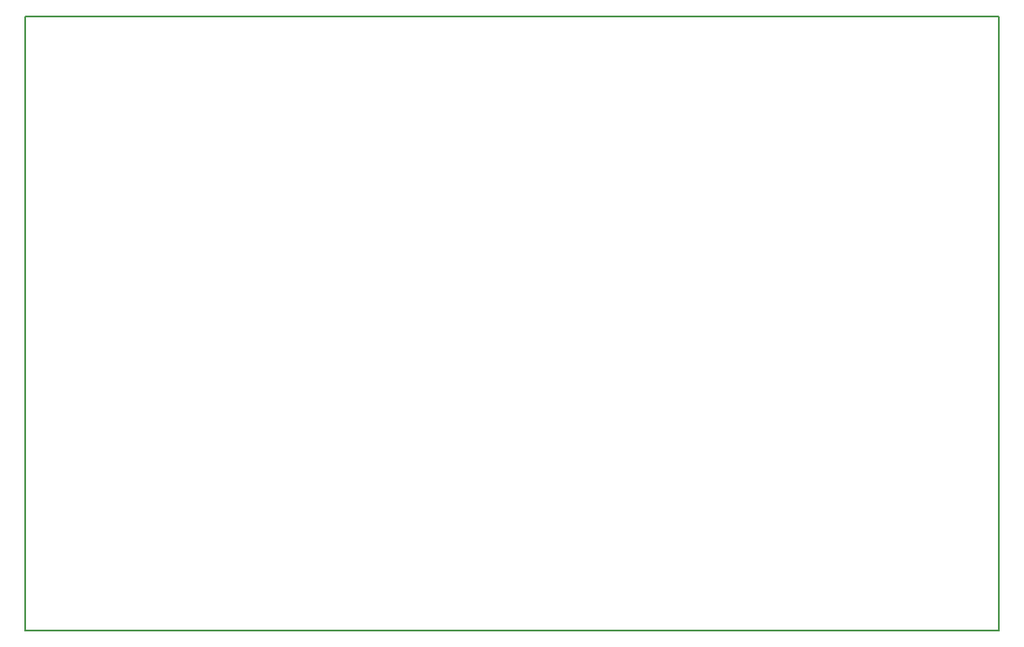
<source format=gm1>
G04*
G04 #@! TF.GenerationSoftware,Altium Limited,Altium Designer,23.1.1 (15)*
G04*
G04 Layer_Color=16711935*
%FSLAX25Y25*%
%MOIN*%
G70*
G04*
G04 #@! TF.SameCoordinates,AB512107-65A1-42F9-B056-318A3DCE2635*
G04*
G04*
G04 #@! TF.FilePolarity,Positive*
G04*
G01*
G75*
%ADD126C,0.00591*%
D126*
X0Y0D02*
X374016D01*
Y-236221D02*
Y0D01*
X0Y-236221D02*
X374016D01*
X0D02*
Y0D01*
M02*

</source>
